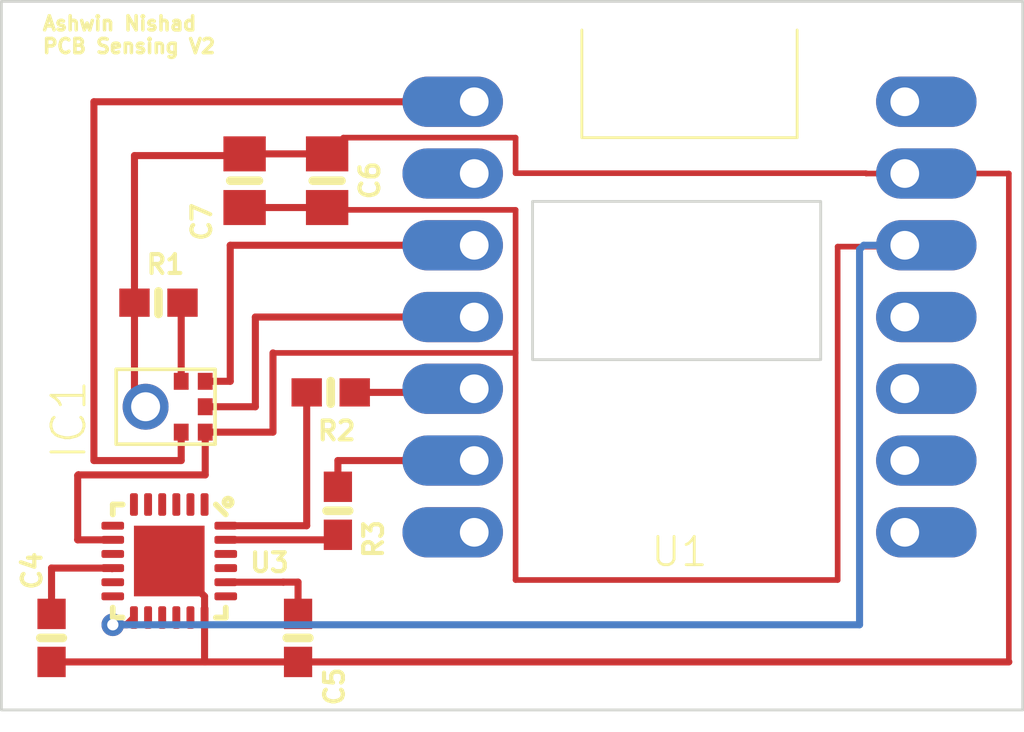
<source format=kicad_pcb>
(kicad_pcb (version 20221018) (generator pcbnew)
  (title_block (title "Sensing PCB") (date "2024-01-24") (rev "v2") (company "Ashwin Nishad"))
  (layers (0 "F.Cu" signal) (31 "B.Cu" signal) (34 "B.Paste" user) (35 "F.Paste" user) (36 "B.SilkS" user "B.Silkscreen") (37 "F.SilkS" user "F.Silkscreen") (38 "B.Mask" user) (39 "F.Mask" user) (44 "Edge.Cuts" user))
  (net 0 "")
  (net 1 "Net-(IC1-BCLK)")
  (net 3 "Net-(IC1-WS)")
  (net 4 "Net-(IC1-DATA)")
  (net 5 "Net-(U1-GPIO4_A3_D3_SDA)")
  (net 6 "Net-(U1-GPIO6_A5_D5_SCL)")
  (net 9 "GND")
  (net 10 "/3.3V")
  (net 15 "/SELECT")
  (net 16 "/CLKIN")
  (net 17 "/SDA_EXT")
  (net 18 "/SCL_EXT")
  (net 19 "/AD0")
  (net 20 "/REGOUT")
  (net 21 "/FSYNC_IN")
  (net 22 "/INT")
  (net 24 "/CPOUT")
  (net 27 "/SCL_3V")
  (net 28 "/SDA_3V")
  (footprint "MEMSMIC:0805-NO" (layer "F.Cu") (at 114.808 96.266 90)
    (fp_text reference "C7" (at -2.204 -1.128 90) (layer "F.SilkS") (effects (font (size 0.666496 0.666496) (thickness 0.146304)) (justify left bottom)))
    (fp_text value "220pF")
    (fp_line (start 0 -0.508) (end 0 0.508) (stroke (width 0.3048)) (layer "F.SilkS"))
    (pad "1" smd rect (at -0.95 0 90) (size 1.24 1.5) (layers "F.Cu" "F.Paste" "F.Mask") (net 10 "/3.3V"))
    (pad "2" smd rect (at 0.95 0 90) (size 1.24 1.5) (layers "F.Cu" "F.Paste" "F.Mask") (net 9 "GND"))
  )
  (footprint "MEMSMIC:0603-NO" (layer "F.Cu") (at 117.856 103.759)
    (fp_text reference "R2" (at -0.536 1.751) (layer "F.SilkS") (effects (font (size 0.666496 0.666496) (thickness 0.146304)) (justify left bottom)))
    (fp_text value "4.7k")
    (fp_line (start 0 -0.4) (end 0 0.4) (stroke (width 0.3048)) (layer "F.SilkS"))
    (pad "1" smd rect (at -0.85 0) (size 1.075 1) (layers "F.Cu" "F.Paste" "F.Mask") (net 28 "/SDA_3V"))
    (pad "2" smd rect (at 0.85 0) (size 1.075 1) (layers "F.Cu" "F.Paste" "F.Mask") (net 5 "Net-(U1-GPIO4_A3_D3_SDA)"))
  )
  (footprint "514_KiCAD_Demo:XIAO_ESP32_SENSE" (layer "F.Cu") (at 130.556 101.092)
    (fp_text reference "U1" (at -0.356 8.308 unlocked) (layer "F.SilkS") (effects (font (thickness 0.1))))
    (fp_text value "~" hide)
    (fp_line (start -3.81 -10.16) (end -3.81 -6.35) (stroke (width 0.1)) (layer "F.SilkS"))
    (fp_line (start -3.81 -6.35) (end 3.81 -6.35) (stroke (width 0.1)) (layer "F.SilkS"))
    (fp_line (start 3.81 -6.35) (end 3.81 -10.16) (stroke (width 0.1)) (layer "F.SilkS"))
    (pad "1" thru_hole oval (at -7.62 -7.62) (size 3.556 1.778) (drill 1.016 (offset -0.762 0)) (layers "*.Cu" "*.Mask") (net 1 "Net-(IC1-BCLK)"))
    (pad "2" thru_hole oval (at -7.62 -5.08) (size 3.556 1.778) (drill 1.016 (offset -0.762 0)) (layers "*.Cu" "*.Mask"))
    (pad "3" thru_hole oval (at -7.62 -2.54) (size 3.556 1.778) (drill 1.016 (offset -0.762 0)) (layers "*.Cu" "*.Mask") (net 3 "Net-(IC1-WS)"))
    (pad "4" thru_hole oval (at -7.62 0) (size 3.556 1.778) (drill 1.016 (offset -0.762 0)) (layers "*.Cu" "*.Mask") (net 4 "Net-(IC1-DATA)"))
    (pad "5" thru_hole oval (at -7.62 2.54) (size 3.556 1.778) (drill 1.016 (offset -0.762 0)) (layers "*.Cu" "*.Mask") (net 5 "Net-(U1-GPIO4_A3_D3_SDA)"))
    (pad "6" thru_hole oval (at -7.62 5.08) (size 3.556 1.778) (drill 1.016 (offset -0.762 0)) (layers "*.Cu" "*.Mask") (net 6 "Net-(U1-GPIO6_A5_D5_SCL)"))
    (pad "7" thru_hole oval (at -7.62 7.62) (size 3.556 1.778) (drill 1.016 (offset -0.762 0)) (layers "*.Cu" "*.Mask"))
    (pad "8" thru_hole oval (at 7.62 -7.62) (size 3.556 1.778) (drill 1.016 (offset 0.762 0)) (layers "*.Cu" "*.Mask"))
    (pad "9" thru_hole oval (at 7.62 -5.08) (size 3.556 1.778) (drill 1.016 (offset 0.762 0)) (layers "*.Cu" "*.Mask") (net 9 "GND"))
    (pad "10" thru_hole oval (at 7.62 -2.54) (size 3.556 1.778) (drill 1.016 (offset 0.762 0)) (layers "*.Cu" "*.Mask") (net 10 "/3.3V"))
    (pad "11" thru_hole oval (at 7.62 0) (size 3.556 1.778) (drill 1.016 (offset 0.762 0)) (layers "*.Cu" "*.Mask"))
    (pad "12" thru_hole oval (at 7.62 2.54) (size 3.556 1.778) (drill 1.016 (offset 0.762 0)) (layers "*.Cu" "*.Mask"))
    (pad "13" thru_hole oval (at 7.62 5.08) (size 3.556 1.778) (drill 1.016 (offset 0.762 0)) (layers "*.Cu" "*.Mask"))
    (pad "14" thru_hole oval (at 7.62 7.62) (size 3.556 1.778) (drill 1.016 (offset 0.762 0)) (layers "*.Cu" "*.Mask"))
  )
  (footprint "MEMSMIC:SPH0645LM4H" (layer "F.Cu") (at 112.014 104.267 -90)
    (fp_text reference "IC1" (at -1.027 2.744 90) (layer "F.SilkS") (effects (font (size 1.1684 1.1684) (thickness 0.1016)) (justify right bottom)))
    (fp_text value "MIC_I2S_SPH0645" hide)
    (fp_line (start -1.325 -1.75) (end 1.325 -1.75) (stroke (width 0.127)) (layer "F.SilkS"))
    (fp_line (start -1.325 1.75) (end -1.325 -1.75) (stroke (width 0.127)) (layer "F.SilkS"))
    (fp_line (start 1.325 -1.75) (end 1.325 1.75) (stroke (width 0.127)) (layer "F.SilkS"))
    (fp_line (start 1.325 1.75) (end -1.325 1.75) (stroke (width 0.127)) (layer "F.SilkS"))
    (pad "1" smd rect (at -0.9 -1.4 270) (size 0.6 0.525) (layers "F.Cu" "F.Paste" "F.Mask") (net 3 "Net-(IC1-WS)"))
    (pad "2" smd rect (at -0.9 -0.55 270) (size 0.6 0.525) (layers "F.Cu" "F.Paste" "F.Mask") (net 15 "/SELECT"))
    (pad "3" thru_hole circle (at 0 0.71 270) (size 1.625 1.625) (drill 1.025) (layers "*.Cu" "*.Mask") (net 9 "GND"))
    (pad "4" smd rect (at 0.9 -0.55 270) (size 0.6 0.525) (layers "F.Cu" "F.Paste" "F.Mask") (net 1 "Net-(IC1-BCLK)"))
    (pad "5" smd rect (at 0.9 -1.4 270) (size 0.6 0.525) (layers "F.Cu" "F.Paste" "F.Mask") (net 10 "/3.3V"))
    (pad "6" smd rect (at 0 -1.4 270) (size 0.6 0.525) (layers "F.Cu" "F.Paste" "F.Mask") (net 4 "Net-(IC1-DATA)"))
  )
  (footprint "MPU6050:QFN24_4MM_SMSC" (layer "F.Cu") (at 112.141 109.728 -90)
    (fp_text reference "U3" (at 0.447 -4.309 -180) (layer "F.SilkS") (effects (font (size 0.666496 0.666496) (thickness 0.146304)) (justify right bottom)))
    (fp_text value "MPU-6050" hide)
    (fp_line (start -2 2) (end -2 1.65) (stroke (width 0.2032)) (layer "F.SilkS"))
    (fp_line (start -1.65 -2) (end -2 -1.65) (stroke (width 0.2032)) (layer "F.SilkS"))
    (fp_line (start -1.65 2) (end -2 2) (stroke (width 0.2032)) (layer "F.SilkS"))
    (fp_line (start 1.65 2) (end 2 2) (stroke (width 0.2032)) (layer "F.SilkS"))
    (fp_line (start 2 -2) (end 1.65 -2) (stroke (width 0.2032)) (layer "F.SilkS"))
    (fp_line (start 2 -1.65) (end 2 -2) (stroke (width 0.2032)) (layer "F.SilkS"))
    (fp_line (start 2 1.65) (end 2 2) (stroke (width 0.2032)) (layer "F.SilkS"))
    (fp_circle (center -2.0828 -2.0828) (end -1.9558 -2.0828) (stroke (width 0.2032)) (fill none) (layer "F.SilkS"))
    (pad "1" smd roundrect (at -2 -1.25 90) (size 0.8 0.28) (layers "F.Cu" "F.Paste" "F.Mask") (net 16 "/CLKIN"))
    (pad "2" smd roundrect (at -2 -0.75 90) (size 0.8 0.28) (layers "F.Cu" "F.Paste" "F.Mask"))
    (pad "3" smd roundrect (at -2 -0.25 90) (size 0.8 0.28) (layers "F.Cu" "F.Paste" "F.Mask"))
    (pad "4" smd roundrect (at -2 0.25 90) (size 0.8 0.28) (layers "F.Cu" "F.Paste" "F.Mask"))
    (pad "5" smd roundrect (at -2 0.75 90) (size 0.8 0.28) (layers "F.Cu" "F.Paste" "F.Mask"))
    (pad "6" smd roundrect (at -2 1.25 90) (size 0.8 0.28) (layers "F.Cu" "F.Paste" "F.Mask") (net 17 "/SDA_EXT"))
    (pad "7" smd roundrect (at -1.25 2) (size 0.8 0.28) (layers "F.Cu" "F.Paste" "F.Mask") (net 18 "/SCL_EXT"))
    (pad "8" smd roundrect (at -0.75 2) (size 0.8 0.28) (layers "F.Cu" "F.Paste" "F.Mask") (net 10 "/3.3V"))
    (pad "9" smd roundrect (at -0.25 2) (size 0.8 0.28) (layers "F.Cu" "F.Paste" "F.Mask") (net 19 "/AD0"))
    (pad "10" smd roundrect (at 0.25 2) (size 0.8 0.28) (layers "F.Cu" "F.Paste" "F.Mask") (net 20 "/REGOUT"))
    (pad "11" smd roundrect (at 0.75 2) (size 0.8 0.28) (layers "F.Cu" "F.Paste" "F.Mask") (net 21 "/FSYNC_IN"))
    (pad "12" smd roundrect (at 1.25 2) (size 0.8 0.28) (layers "F.Cu" "F.Paste" "F.Mask") (net 22 "/INT"))
    (pad "13" smd roundrect (at 2 1.25 270) (size 0.8 0.28) (layers "F.Cu" "F.Paste" "F.Mask") (net 10 "/3.3V"))
    (pad "14" smd roundrect (at 2 0.75 270) (size 0.8 0.28) (layers "F.Cu" "F.Paste" "F.Mask"))
    (pad "15" smd roundrect (at 2 0.25 270) (size 0.8 0.28) (layers "F.Cu" "F.Paste" "F.Mask"))
    (pad "16" smd roundrect (at 2 -0.25 270) (size 0.8 0.28) (layers "F.Cu" "F.Paste" "F.Mask"))
    (pad "17" smd roundrect (at 2 -0.75 270) (size 0.8 0.28) (layers "F.Cu" "F.Paste" "F.Mask"))
    (pad "18" smd roundrect (at 2 -1.25 270) (size 0.8 0.28) (layers "F.Cu" "F.Paste" "F.Mask") (net 9 "GND"))
    (pad "19" smd roundrect (at 1.25 -2 180) (size 0.8 0.28) (layers "F.Cu" "F.Paste" "F.Mask"))
    (pad "20" smd roundrect (at 0.75 -2 180) (size 0.8 0.28) (layers "F.Cu" "F.Paste" "F.Mask") (net 24 "/CPOUT"))
    (pad "21" smd roundrect (at 0.25 -2 180) (size 0.8 0.28) (layers "F.Cu" "F.Paste" "F.Mask"))
    (pad "22" smd roundrect (at -0.25 -2 180) (size 0.8 0.28) (layers "F.Cu" "F.Paste" "F.Mask"))
    (pad "23" smd roundrect (at -0.75 -2 180) (size 0.8 0.28) (layers "F.Cu" "F.Paste" "F.Mask") (net 27 "/SCL_3V"))
    (pad "24" smd roundrect (at -1.25 -2 180) (size 0.8 0.28) (layers "F.Cu" "F.Paste" "F.Mask") (net 28 "/SDA_3V"))
    (pad "THERM" smd rect (at 0 0 270) (size 2.5 2.5) (layers "F.Cu" "F.Mask") (net 9 "GND"))
  )
  (footprint "MPU6050:0603-NO" (layer "F.Cu") (at 116.7 112.45 -90)
    (fp_text reference "C5" (at 0.975 -1.675 90) (layer "F.SilkS") (effects (font (size 0.666496 0.666496) (thickness 0.146304)) (justify right bottom)))
    (fp_text value "2.2nF")
    (fp_line (start 0 -0.4) (end 0 0.4) (stroke (width 0.3048)) (layer "F.SilkS"))
    (pad "1" smd rect (at -0.85 0 270) (size 1.075 1) (layers "F.Cu" "F.Paste" "F.Mask") (net 24 "/CPOUT"))
    (pad "2" smd rect (at 0.85 0 270) (size 1.075 1) (layers "F.Cu" "F.Paste" "F.Mask") (net 9 "GND"))
  )
  (footprint "MEMSMIC:0603-NO" (layer "F.Cu") (at 111.76 100.584)
    (fp_text reference "R1" (at -0.5 -0.964) (layer "F.SilkS") (effects (font (size 0.666496 0.666496) (thickness 0.146304)) (justify left bottom)))
    (fp_text value "10k")
    (fp_line (start 0 -0.4) (end 0 0.4) (stroke (width 0.3048)) (layer "F.SilkS"))
    (pad "1" smd rect (at -0.85 0) (size 1.075 1) (layers "F.Cu" "F.Paste" "F.Mask") (net 9 "GND"))
    (pad "2" smd rect (at 0.85 0) (size 1.075 1) (layers "F.Cu" "F.Paste" "F.Mask") (net 15 "/SELECT"))
  )
  (footprint "MEMSMIC:0603-NO" (layer "F.Cu") (at 118.11 107.95 -90)
    (fp_text reference "R3" (at 0.254 -1.651 90) (layer "F.SilkS") (effects (font (size 0.666496 0.666496) (thickness 0.146304)) (justify right bottom)))
    (fp_text value "4.7k")
    (fp_line (start 0 -0.4) (end 0 0.4) (stroke (width 0.3048)) (layer "F.SilkS"))
    (pad "1" smd rect (at -0.85 0 270) (size 1.075 1) (layers "F.Cu" "F.Paste" "F.Mask") (net 6 "Net-(U1-GPIO6_A5_D5_SCL)"))
    (pad "2" smd rect (at 0.85 0 270) (size 1.075 1) (layers "F.Cu" "F.Paste" "F.Mask") (net 27 "/SCL_3V"))
  )
  (footprint "MPU6050:0603-NO" (layer "F.Cu") (at 107.975 112.45 -90)
    (fp_text reference "C4" (at -3.125 0.3 90) (layer "F.SilkS") (effects (font (size 0.666496 0.666496) (thickness 0.146304)) (justify right bottom)))
    (fp_text value "0.1uF")
    (fp_line (start 0 -0.4) (end 0 0.4) (stroke (width 0.3048)) (layer "F.SilkS"))
    (pad "1" smd rect (at -0.85 0 270) (size 1.075 1) (layers "F.Cu" "F.Paste" "F.Mask") (net 20 "/REGOUT"))
    (pad "2" smd rect (at 0.85 0 270) (size 1.075 1) (layers "F.Cu" "F.Paste" "F.Mask") (net 9 "GND"))
  )
  (footprint "MEMSMIC:0805-NO" (layer "F.Cu") (at 117.729 96.266 90)
    (fp_text reference "C6" (at -0.734 1.901 90) (layer "F.SilkS") (effects (font (size 0.666496 0.666496) (thickness 0.146304)) (justify left bottom)))
    (fp_text value "1uF")
    (fp_line (start 0 -0.508) (end 0 0.508) (stroke (width 0.3048)) (layer "F.SilkS"))
    (pad "1" smd rect (at -0.95 0 90) (size 1.24 1.5) (layers "F.Cu" "F.Paste" "F.Mask") (net 10 "/3.3V"))
    (pad "2" smd rect (at 0.95 0 90) (size 1.24 1.5) (layers "F.Cu" "F.Paste" "F.Mask") (net 9 "GND"))
  )
  (gr_rect (start 125 97) (end 135.2 102.6) (stroke (width 0.1)) (fill none) (layer "Edge.Cuts"))
  (gr_rect (start 106.2 89.92) (end 142.35 115) (stroke (width 0.1)) (fill none) (layer "Edge.Cuts"))
  (gr_text "Ashwin Nishad\nPCB Sensing V2" (at 107.6 91.8) (layer "F.SilkS") (effects (font (size 0.5 0.5) (thickness 0.125)) (justify left bottom)))
  (segment (start 112.564 105.167) (end 112.564 106.172) (width 0.25) (layer "F.Cu") (net 1))
  (segment (start 109.474 106.172) (end 109.474 93.472) (width 0.25) (layer "F.Cu") (net 1))
  (segment (start 109.474 93.472) (end 122.936 93.472) (width 0.25) (layer "F.Cu") (net 1))
  (segment (start 112.564 106.172) (end 109.474 106.172) (width 0.25) (layer "F.Cu") (net 1))
  (segment (start 113.414 103.367) (end 114.3 103.367) (width 0.25) (layer "F.Cu") (net 3))
  (segment (start 114.3 103.367) (end 114.3 98.552) (width 0.25) (layer "F.Cu") (net 3))
  (segment (start 114.3 98.552) (end 122.936 98.552) (width 0.25) (layer "F.Cu") (net 3))
  (segment (start 115.189 101.092) (end 115.189 104.267) (width 0.25) (layer "F.Cu") (net 4))
  (segment (start 115.189 104.267) (end 113.414 104.267) (width 0.25) (layer "F.Cu") (net 4))
  (segment (start 122.936 101.092) (end 115.189 101.092) (width 0.25) (layer "F.Cu") (net 4))
  (segment (start 122.936 103.632) (end 122.809 103.759) (width 0.25) (layer "F.Cu") (net 5))
  (segment (start 122.809 103.759) (end 118.706 103.759) (width 0.25) (layer "F.Cu") (net 5))
  (segment (start 122.936 106.172) (end 118.11 106.172) (width 0.25) (layer "F.Cu") (net 6))
  (segment (start 118.11 106.172) (end 118.11 107.1) (width 0.25) (layer "F.Cu") (net 6))
  (segment (start 138.049 96.139) (end 138.176 96.012) (width 0.25) (layer "F.Cu") (net 9))
  (segment (start 136.8 96) (end 136.812 96.012) (width 0.2) (layer "F.Cu") (net 9))
  (segment (start 118.303 94.742) (end 124.4 94.742) (width 0.2) (layer "F.Cu") (net 9))
  (segment (start 110.91 95.377) (end 114.747 95.377) (width 0.25) (layer "F.Cu") (net 9))
  (segment (start 113.391 111.728) (end 113.391 113.291) (width 0.25) (layer "F.Cu") (net 9))
  (segment (start 113.391 110.978) (end 112.141 109.728) (width 0.25) (layer "F.Cu") (net 9))
  (segment (start 124.4 96) (end 136.8 96) (width 0.2) (layer "F.Cu") (net 9))
  (segment (start 110.91 103.873) (end 110.91 100.584) (width 0.25) (layer "F.Cu") (net 9))
  (segment (start 136.812 96.012) (end 138.176 96.012) (width 0.2) (layer "F.Cu") (net 9))
  (segment (start 110.91 100.584) (end 110.91 95.377) (width 0.25) (layer "F.Cu") (net 9))
  (segment (start 117.729 95.316) (end 118.303 94.742) (width 0.2) (layer "F.Cu") (net 9))
  (segment (start 116.7 113.3) (end 141.859 113.3) (width 0.25) (layer "F.Cu") (net 9))
  (segment (start 113.4 113.3) (end 107.975 113.3) (width 0.25) (layer "F.Cu") (net 9))
  (segment (start 114.747 95.377) (end 114.808 95.316) (width 0.25) (layer "F.Cu") (net 9))
  (segment (start 141.859 113.3) (end 141.859 96.012) (width 0.2) (layer "F.Cu") (net 9))
  (segment (start 114.808 95.316) (end 117.729 95.316) (width 0.25) (layer "F.Cu") (net 9))
  (segment (start 113.391 113.291) (end 113.4 113.3) (width 0.25) (layer "F.Cu") (net 9))
  (segment (start 116.7 113.3) (end 113.4 113.3) (width 0.25) (layer "F.Cu") (net 9))
  (segment (start 113.391 111.728) (end 113.391 110.978) (width 0.25) (layer "F.Cu") (net 9))
  (segment (start 111.304 104.267) (end 110.91 103.873) (width 0.25) (layer "F.Cu") (net 9))
  (segment (start 124.4 94.742) (end 124.4 96) (width 0.2) (layer "F.Cu") (net 9))
  (segment (start 141.859 96.012) (end 138.176 96.012) (width 0.2) (layer "F.Cu") (net 9))
  (segment (start 115.813 102.362) (end 115.813 105.167) (width 0.25) (layer "F.Cu") (net 10))
  (segment (start 110.1428 111.9842) (end 110.6348 111.9842) (width 0.25) (layer "F.Cu") (net 10))
  (segment (start 135.8 110.4) (end 124.4 110.4) (width 0.2) (layer "F.Cu") (net 10))
  (segment (start 113.414 106.68) (end 108.93 106.68) (width 0.25) (layer "F.Cu") (net 10))
  (segment (start 108.925 106.675) (end 108.9 106.7) (width 0.25) (layer "F.Cu") (net 10))
  (segment (start 108.93 106.68) (end 108.925 106.675) (width 0.25) (layer "F.Cu") (net 10))
  (segment (start 138.128 98.6) (end 135.8 98.6) (width 0.2) (layer "F.Cu") (net 10))
  (segment (start 117.729 97.216) (end 114.808 97.216) (width 0.25) (layer "F.Cu") (net 10))
  (segment (start 124.4 102.362) (end 115.813 102.362) (width 0.2) (layer "F.Cu") (net 10))
  (segment (start 110.6348 111.9842) (end 110.891 111.728) (width 0.25) (layer "F.Cu") (net 10))
  (segment (start 117.812 97.2986) (end 117.729 97.216) (width 0.25) (layer "F.Cu") (net 10))
  (segment (start 108.9 106.7) (end 108.9 108.975) (width 0.25) (layer "F.Cu") (net 10))
  (segment (start 135.8 98.6) (end 135.8 110.4) (width 0.2) (layer "F.Cu") (net 10))
  (segment (start 117.812 97.2986) (end 124.4 97.2986) (width 0.2) (layer "F.Cu") (net 10))
  (segment (start 138.176 98.552) (end 138.128 98.6) (width 0.2) (layer "F.Cu") (net 10))
  (segment (start 108.9 108.975) (end 108.903 108.978) (width 0.25) (layer "F.Cu") (net 10))
  (segment (start 124.4 110.4) (end 124.4 102.362) (width 0.2) (layer "F.Cu") (net 10))
  (segment (start 108.903 108.978) (end 110.141 108.978) (width 0.25) (layer "F.Cu") (net 10))
  (segment (start 124.4 97.2986) (end 124.4 102.362) (width 0.2) (layer "F.Cu") (net 10))
  (segment (start 113.414 105.167) (end 113.414 106.68) (width 0.25) (layer "F.Cu") (net 10))
  (segment (start 115.813 105.167) (end 113.414 105.167) (width 0.25) (layer "F.Cu") (net 10))
  (via (at 110.1428 111.9842) (size 0.8) (drill 0.4) (layers "F.Cu" "B.Cu") (net 10))
  (segment (start 136.575 111.9842) (end 110.1428 111.9842) (width 0.25) (layer "B.Cu") (net 10))
  (segment (start 138.176 98.552) (end 136.723 98.552) (width 0.25) (layer "B.Cu") (net 10))
  (segment (start 136.723 98.552) (end 136.575 98.7) (width 0.25) (layer "B.Cu") (net 10))
  (segment (start 136.575 98.7) (end 136.575 111.9842) (width 0.25) (layer "B.Cu") (net 10))
  (segment (start 112.564 100.63) (end 112.564 103.367) (width 0.25) (layer "F.Cu") (net 15))
  (segment (start 112.61 100.584) (end 112.564 100.63) (width 0.25) (layer "F.Cu") (net 15))
  (segment (start 107.975 109.975) (end 107.975 111.6) (width 0.25) (layer "F.Cu") (net 20))
  (segment (start 110.119 110) (end 110.141 109.978) (width 0.25) (layer "F.Cu") (net 20))
  (segment (start 110.141 109.978) (end 107.978 109.978) (width 0.25) (layer "F.Cu") (net 20))
  (segment (start 107.978 109.978) (end 107.975 109.975) (width 0.25) (layer "F.Cu") (net 20))
  (segment (start 116.7 110.475) (end 116.7 111.6) (width 0.25) (layer "F.Cu") (net 24))
  (segment (start 116.178 110.478) (end 116.181 110.475) (width 0.25) (layer "F.Cu") (net 24))
  (segment (start 116.181 110.475) (end 116.7 110.475) (width 0.25) (layer "F.Cu") (net 24))
  (segment (start 114.141 110.478) (end 116.178 110.478) (width 0.25) (layer "F.Cu") (net 24))
  (segment (start 114.141 108.978) (end 117.932 108.978) (width 0.25) (layer "F.Cu") (net 27))
  (segment (start 117.932 108.978) (end 118.11 108.8) (width 0.25) (layer "F.Cu") (net 27))
  (segment (start 114.141 108.478) (end 117.006 108.478) (width 0.25) (layer "F.Cu") (net 28))
  (segment (start 117.006 108.478) (end 117.006 103.759) (width 0.25) (layer "F.Cu") (net 28))
)
</source>
